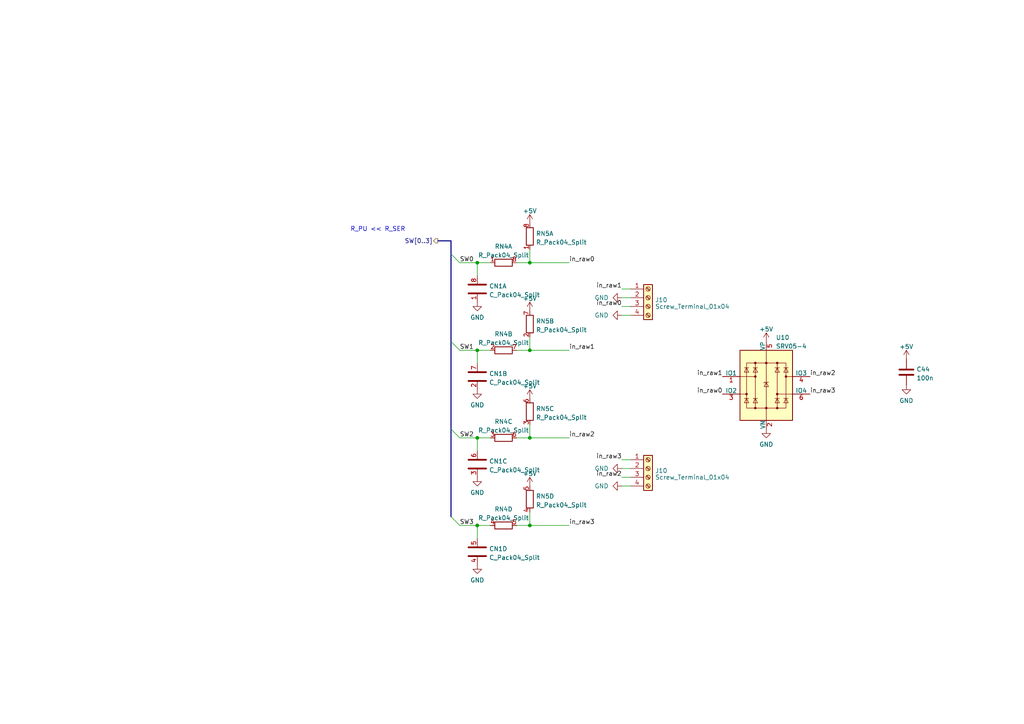
<source format=kicad_sch>
(kicad_sch (version 20230121) (generator eeschema)
  (paper "A4")
  (lib_symbols
    (symbol "Connector:Screw_Terminal_01x04" (pin_names (offset 1.016) hide)
      (property "Reference" "J" (at 0 5.08 0))
      (property "Value" "Screw_Terminal_01x04" (at 0 -7.62 0))
      (symbol "Screw_Terminal_01x04_1_1"
        (rectangle (start -1.27 3.81) (end 1.27 -6.35) (stroke (width 0.254)) (fill (type background)))
        (circle (center 0 -5.08) (radius 0.635) (stroke (width 0.1524)))
        (circle (center 0 -2.54) (radius 0.635) (stroke (width 0.1524)))
        (polyline (pts (xy -0.5334 -4.7498) (xy 0.3302 -5.588)) (stroke (width 0.1524)))
        (polyline (pts (xy -0.5334 -2.2098) (xy 0.3302 -3.048)) (stroke (width 0.1524)))
        (polyline (pts (xy -0.5334 0.3302) (xy 0.3302 -0.508)) (stroke (width 0.1524)))
        (polyline (pts (xy -0.5334 2.8702) (xy 0.3302 2.032)) (stroke (width 0.1524)))
        (polyline (pts (xy -0.3556 -4.572) (xy 0.508 -5.4102)) (stroke (width 0.1524)))
        (polyline (pts (xy -0.3556 -2.032) (xy 0.508 -2.8702)) (stroke (width 0.1524)))
        (polyline (pts (xy -0.3556 0.508) (xy 0.508 -0.3302)) (stroke (width 0.1524)))
        (polyline (pts (xy -0.3556 3.048) (xy 0.508 2.2098)) (stroke (width 0.1524)))
        (circle (center 0 0) (radius 0.635) (stroke (width 0.1524)))
        (circle (center 0 2.54) (radius 0.635) (stroke (width 0.1524)))
        (pin passive line (at -5.08 2.54 0) (length 3.81) (name "Pin_1") (number "1"))
        (pin passive line (at -5.08 0 0) (length 3.81) (name "Pin_2") (number "2"))
        (pin passive line (at -5.08 -2.54 0) (length 3.81) (name "Pin_3") (number "3"))
        (pin passive line (at -5.08 -5.08 0) (length 3.81) (name "Pin_4") (number "4"))
      )
    )
    (symbol "Device:C" (pin_numbers hide) (pin_names (offset 0.254))
      (property "Reference" "C" (at 0.635 2.54 0))
      (property "Value" "C" (at 0.635 -2.54 0))
      (symbol "C_0_1"
        (polyline (pts (xy -2.032 -0.762) (xy 2.032 -0.762)) (stroke (width 0.508)))
        (polyline (pts (xy -2.032 0.762) (xy 2.032 0.762)) (stroke (width 0.508)))
      )
      (symbol "C_1_1"
        (pin passive line (at 0 3.81 270) (length 2.794) (name "~") (number "1"))
        (pin passive line (at 0 -3.81 90) (length 2.794) (name "~") (number "2"))
      )
    )
    (symbol "Device:R_Pack04_Split" (pin_names (offset 0) hide)
      (property "Reference" "RN" (at 2.032 0 90))
      (property "Value" "R_Pack04_Split" (at 0 0 90))
      (symbol "R_Pack04_Split_0_1"
        (rectangle (start 1.016 2.54) (end -1.016 -2.54) (stroke (width 0.254)))
      )
      (symbol "R_Pack04_Split_1_1"
        (pin passive line (at 0 -3.81 90) (length 1.27) (name "R1.1") (number "1"))
        (pin passive line (at 0 3.81 270) (length 1.27) (name "R1.2") (number "8"))
      )
      (symbol "R_Pack04_Split_2_1"
        (pin passive line (at 0 -3.81 90) (length 1.27) (name "R2.1") (number "2"))
        (pin passive line (at 0 3.81 270) (length 1.27) (name "R2.2") (number "7"))
      )
      (symbol "R_Pack04_Split_3_1"
        (pin passive line (at 0 -3.81 90) (length 1.27) (name "R3.1") (number "3"))
        (pin passive line (at 0 3.81 270) (length 1.27) (name "R3.2") (number "6"))
      )
      (symbol "R_Pack04_Split_4_1"
        (pin passive line (at 0 -3.81 90) (length 1.27) (name "R4.1") (number "4"))
        (pin passive line (at 0 3.81 270) (length 1.27) (name "R4.2") (number "5"))
      )
    )
    (symbol "Power_Protection:SRV05-4" (pin_names (offset 0))
      (property "Reference" "U" (at -5.08 11.43 0))
      (property "Value" "SRV05-4" (at 2.54 11.43 0))
      (symbol "SRV05-4_0_0"
        (rectangle (start -5.715 6.477) (end 5.715 -6.604))
        (polyline (pts (xy -3.175 -6.604) (xy -3.175 6.477)))
        (polyline (pts (xy 3.175 6.477) (xy 3.175 -6.604)))
      )
      (symbol "SRV05-4_0_1"
        (rectangle (start -7.62 10.16) (end 7.62 -10.16) (stroke (width 0.254)) (fill (type background)))
        (circle (center -5.715 -2.54) (radius 0.2794) (fill (type outline)))
        (circle (center -3.175 -6.604) (radius 0.2794) (fill (type outline)))
        (circle (center -3.175 2.54) (radius 0.2794) (fill (type outline)))
        (circle (center -3.175 6.477) (radius 0.2794) (fill (type outline)))
        (circle (center 0 -6.604) (radius 0.2794) (fill (type outline)))
        (polyline (pts (xy -7.747 2.54) (xy -3.175 2.54)))
        (polyline (pts (xy -7.62 -2.54) (xy -5.715 -2.54)))
        (polyline (pts (xy -5.08 -3.81) (xy -6.35 -3.81)))
        (polyline (pts (xy -5.08 5.08) (xy -6.35 5.08)))
        (polyline (pts (xy -2.54 -3.81) (xy -3.81 -3.81)))
        (polyline (pts (xy -2.54 5.08) (xy -3.81 5.08)))
        (polyline (pts (xy 0 10.16) (xy 0 -10.16)))
        (polyline (pts (xy 3.81 -3.81) (xy 2.54 -3.81)))
        (polyline (pts (xy 3.81 5.08) (xy 2.54 5.08)))
        (polyline (pts (xy 6.35 -3.81) (xy 5.08 -3.81)))
        (polyline (pts (xy 6.35 5.08) (xy 5.08 5.08)))
        (polyline (pts (xy 7.62 -2.54) (xy 3.175 -2.54)))
        (polyline (pts (xy 7.62 2.54) (xy 5.715 2.54)))
        (polyline (pts (xy 0.635 0.889) (xy -0.635 0.889) (xy -0.635 0.635)))
        (polyline (pts (xy -5.08 -5.08) (xy -6.35 -5.08) (xy -5.715 -3.81) (xy -5.08 -5.08)))
        (polyline (pts (xy -5.08 3.81) (xy -6.35 3.81) (xy -5.715 5.08) (xy -5.08 3.81)))
        (polyline (pts (xy -2.54 -5.08) (xy -3.81 -5.08) (xy -3.175 -3.81) (xy -2.54 -5.08)))
        (polyline (pts (xy -2.54 3.81) (xy -3.81 3.81) (xy -3.175 5.08) (xy -2.54 3.81)))
        (polyline (pts (xy 0.635 -0.381) (xy -0.635 -0.381) (xy 0 0.889) (xy 0.635 -0.381)))
        (polyline (pts (xy 3.81 -5.08) (xy 2.54 -5.08) (xy 3.175 -3.81) (xy 3.81 -5.08)))
        (polyline (pts (xy 3.81 3.81) (xy 2.54 3.81) (xy 3.175 5.08) (xy 3.81 3.81)))
        (polyline (pts (xy 6.35 -5.08) (xy 5.08 -5.08) (xy 5.715 -3.81) (xy 6.35 -5.08)))
        (polyline (pts (xy 6.35 3.81) (xy 5.08 3.81) (xy 5.715 5.08) (xy 6.35 3.81)))
        (circle (center 0 6.477) (radius 0.2794) (fill (type outline)))
        (circle (center 3.175 -6.604) (radius 0.2794) (fill (type outline)))
        (circle (center 3.175 -2.54) (radius 0.2794) (fill (type outline)))
        (circle (center 3.175 6.477) (radius 0.2794) (fill (type outline)))
        (circle (center 5.715 2.54) (radius 0.2794) (fill (type outline)))
      )
      (symbol "SRV05-4_1_1"
        (pin passive line (at -12.7 2.54 0) (length 5.08) (name "IO1") (number "1"))
        (pin passive line (at 0 -12.7 90) (length 2.54) (name "VN") (number "2"))
        (pin passive line (at -12.7 -2.54 0) (length 5.08) (name "IO2") (number "3"))
        (pin passive line (at 12.7 2.54 180) (length 5.08) (name "IO3") (number "4"))
        (pin passive line (at 0 12.7 270) (length 2.54) (name "VP") (number "5"))
        (pin passive line (at 12.7 -2.54 180) (length 5.08) (name "IO4") (number "6"))
      )
    )
    (symbol "power:+5V" (power) (pin_names (offset 0))
      (property "Value" "+5V" (at 0 3.556 0))
      (symbol "+5V_0_1"
        (polyline (pts (xy -0.762 1.27) (xy 0 2.54)))
        (polyline (pts (xy 0 0) (xy 0 2.54)))
        (polyline (pts (xy 0 2.54) (xy 0.762 1.27)))
      )
      (symbol "+5V_1_1"
        (pin power_in line (at 0 0 90) (length 0) hide (name "+5V") (number "1"))
      )
    )
    (symbol "power:GND" (power) (pin_names (offset 0))
      (property "Value" "GND" (at 0 -3.81 0))
      (symbol "GND_0_1"
        (polyline (pts (xy 0 0) (xy 0 -1.27) (xy 1.27 -1.27) (xy 0 -2.54) (xy -1.27 -1.27) (xy 0 -1.27)))
      )
      (symbol "GND_1_1"
        (pin power_in line (at 0 0 270) (length 0) hide (name "GND") (number "1"))
      )
    )
    (symbol "prj_lib:C_Pack04_Split" (pin_names (offset 0) hide)
      (property "Reference" "RN?" (at 1.778 0.8347 0))
      (property "Value" "C_Pack04_Split" (at 1.778 -1.7022 0))
      (symbol "C_Pack04_Split_0_1"
        (polyline (pts (xy -2.54 -1.27) (xy 2.54 -1.27)) (stroke (width 0.508)))
        (polyline (pts (xy -2.54 1.27) (xy 2.54 1.27)) (stroke (width 0.508)))
      )
      (symbol "C_Pack04_Split_1_1"
        (pin passive line (at 0 -3.81 90) (length 2.54) (name "R1.1") (number "1"))
        (pin passive line (at 0 3.81 270) (length 2.54) (name "R1.2") (number "8"))
      )
      (symbol "C_Pack04_Split_2_1"
        (pin passive line (at 0 -3.81 90) (length 2.54) (name "R2.1") (number "2"))
        (pin passive line (at 0 3.81 270) (length 2.54) (name "R2.2") (number "7"))
      )
      (symbol "C_Pack04_Split_3_1"
        (pin passive line (at 0 -3.81 90) (length 2.54) (name "R3.1") (number "3"))
        (pin passive line (at 0 3.81 270) (length 2.54) (name "R3.2") (number "6"))
      )
      (symbol "C_Pack04_Split_4_1"
        (pin passive line (at 0 -3.81 90) (length 2.54) (name "R4.1") (number "4"))
        (pin passive line (at 0 3.81 270) (length 2.54) (name "R4.2") (number "5"))
      )
    )
  )
  (junction (at 153.67 127))
  (junction (at 138.43 152.4))
  (junction (at 153.67 76.2))
  (junction (at 153.67 101.6))
  (junction (at 153.67 152.4))
  (junction (at 138.43 101.6))
  (junction (at 138.43 76.2))
  (junction (at 138.43 127))
  (bus_entry (at 130.81 149.86) (size 2.54 2.54))
  (bus_entry (at 130.81 73.66) (size 2.54 2.54))
  (bus_entry (at 130.81 124.46) (size 2.54 2.54))
  (bus_entry (at 130.81 99.06) (size 2.54 2.54))
  (wire (pts (xy 180.34 91.44) (xy 182.88 91.44)))
  (wire (pts (xy 153.67 101.6) (xy 165.1 101.6)))
  (wire (pts (xy 153.67 76.2) (xy 165.1 76.2)))
  (bus (pts (xy 130.81 99.06) (xy 130.81 124.46)))
  (wire (pts (xy 133.35 76.2) (xy 138.43 76.2)))
  (bus (pts (xy 130.81 69.85) (xy 130.81 73.66)))
  (wire (pts (xy 142.24 127) (xy 138.43 127)))
  (bus (pts (xy 130.81 124.46) (xy 130.81 149.86)))
  (wire (pts (xy 180.34 135.89) (xy 182.88 135.89)))
  (wire (pts (xy 133.35 152.4) (xy 138.43 152.4)))
  (wire (pts (xy 153.67 123.19) (xy 153.67 127)))
  (wire (pts (xy 180.34 86.36) (xy 182.88 86.36)))
  (wire (pts (xy 149.86 152.4) (xy 153.67 152.4)))
  (wire (pts (xy 133.35 127) (xy 138.43 127)))
  (wire (pts (xy 180.34 133.35) (xy 182.88 133.35)))
  (wire (pts (xy 138.43 152.4) (xy 138.43 156.21)))
  (wire (pts (xy 153.67 127) (xy 165.1 127)))
  (wire (pts (xy 153.67 97.79) (xy 153.67 101.6)))
  (bus (pts (xy 130.81 73.66) (xy 130.81 99.06)))
  (wire (pts (xy 142.24 101.6) (xy 138.43 101.6)))
  (bus (pts (xy 127 69.85) (xy 130.81 69.85)))
  (wire (pts (xy 153.67 72.39) (xy 153.67 76.2)))
  (wire (pts (xy 149.86 127) (xy 153.67 127)))
  (wire (pts (xy 153.67 148.59) (xy 153.67 152.4)))
  (wire (pts (xy 180.34 138.43) (xy 182.88 138.43)))
  (wire (pts (xy 133.35 101.6) (xy 138.43 101.6)))
  (wire (pts (xy 180.34 140.97) (xy 182.88 140.97)))
  (wire (pts (xy 142.24 76.2) (xy 138.43 76.2)))
  (wire (pts (xy 138.43 76.2) (xy 138.43 80.01)))
  (wire (pts (xy 138.43 101.6) (xy 138.43 105.41)))
  (wire (pts (xy 149.86 76.2) (xy 153.67 76.2)))
  (wire (pts (xy 180.34 88.9) (xy 182.88 88.9)))
  (wire (pts (xy 142.24 152.4) (xy 138.43 152.4)))
  (wire (pts (xy 180.34 83.82) (xy 182.88 83.82)))
  (wire (pts (xy 138.43 127) (xy 138.43 130.81)))
  (wire (pts (xy 149.86 101.6) (xy 153.67 101.6)))
  (wire (pts (xy 153.67 152.4) (xy 165.1 152.4)))
  (text "R_PU << R_SER" (at 101.6 67.31 0) (effects (font (size 1.27 1.27)) (justify left bottom)))
  (label "in_raw2" (at 165.1 127 0))
  (label "in_raw3" (at 234.95 114.3 0))
  (label "in_raw2" (at 234.95 109.22 0))
  (label "in_raw1" (at 209.55 109.22 180))
  (label "in_raw3" (at 165.1 152.4 0))
  (label "SW1" (at 133.35 101.6 0))
  (label "in_raw0" (at 165.1 76.2 0))
  (label "in_raw1" (at 180.34 83.82 180))
  (label "in_raw0" (at 180.34 88.9 180))
  (label "in_raw3" (at 180.34 133.35 180))
  (label "in_raw1" (at 165.1 101.6 0))
  (label "in_raw2" (at 180.34 138.43 180))
  (label "SW2" (at 133.35 127 0))
  (label "SW0" (at 133.35 76.2 0))
  (label "in_raw0" (at 209.55 114.3 180))
  (label "SW3" (at 133.35 152.4 0))
  (hierarchical_label "SW[0..3]" (shape output) (at 127 69.85 180))
  (symbol (lib_id "power:GND") (at 180.34 86.36 270) (unit 1)
    (property "Reference" "#PWR0100" (effects hide))
    (property "Value" "GND" (at 176.53 86.36 90) (effects (justify right)))
  )
  (symbol (lib_id "power:GND") (at 138.43 163.83 0) (unit 1)
    (property "Reference" "#PWR095" (effects hide))
    (property "Value" "GND" (at 138.43 168.2734 0))
  )
  (symbol (lib_id "prj_lib:C_Pack04_Split") (at 138.43 109.22 0) (unit 2)
    (property "Reference" "CN1" (at 141.859 108.3853 0) (effects (justify left)))
    (property "Value" "C_Pack04_Split" (at 141.859 110.9222 0) (effects (justify left)))
    (property "Footprint" "Resistor_SMD:R_Array_Convex_4x0603" (effects hide))
  )
  (symbol (lib_id "power:GND") (at 138.43 138.43 0) (unit 1)
    (property "Reference" "#PWR094" (effects hide))
    (property "Value" "GND" (at 138.43 142.8734 0))
  )
  (symbol (lib_id "power:GND") (at 180.34 140.97 270) (unit 1)
    (property "Reference" "#PWR0121" (effects hide))
    (property "Value" "GND" (at 176.53 140.97 90) (effects (justify right)))
  )
  (symbol (lib_id "power:+5V") (at 153.67 115.57 0) (unit 1)
    (property "Reference" "#PWR098" (effects hide))
    (property "Value" "+5V" (at 153.67 111.9942 0))
  )
  (symbol (lib_id "power:GND") (at 180.34 91.44 270) (unit 1)
    (property "Reference" "#PWR0101" (effects hide))
    (property "Value" "GND" (at 176.53 91.44 90) (effects (justify right)))
  )
  (symbol (lib_id "prj_lib:C_Pack04_Split") (at 138.43 160.02 0) (unit 4)
    (property "Reference" "CN1" (at 141.859 159.1853 0) (effects (justify left)))
    (property "Value" "C_Pack04_Split" (at 141.859 161.7222 0) (effects (justify left)))
    (property "Footprint" "Resistor_SMD:R_Array_Convex_4x0603" (effects hide))
  )
  (symbol (lib_id "power:GND") (at 262.89 111.76 0) (unit 1)
    (property "Reference" "#PWR0107" (effects hide))
    (property "Value" "GND" (at 262.89 116.2034 0))
  )
  (symbol (lib_id "prj_lib:C_Pack04_Split") (at 138.43 134.62 0) (unit 3)
    (property "Reference" "CN1" (at 141.859 133.7853 0) (effects (justify left)))
    (property "Value" "C_Pack04_Split" (at 141.859 136.3222 0) (effects (justify left)))
    (property "Footprint" "Resistor_SMD:R_Array_Convex_4x0603" (effects hide))
  )
  (symbol (lib_id "power:GND") (at 180.34 135.89 270) (unit 1)
    (property "Reference" "#PWR0120" (effects hide))
    (property "Value" "GND" (at 176.53 135.89 90) (effects (justify right)))
  )
  (symbol (lib_id "Device:R_Pack04_Split") (at 153.67 119.38 0) (unit 3)
    (property "Reference" "RN5" (at 155.448 118.5453 0) (effects (justify left)))
    (property "Value" "R_Pack04_Split" (at 155.448 121.0822 0) (effects (justify left)))
    (property "Footprint" "Resistor_SMD:R_Array_Convex_4x0603" (effects hide))
  )
  (symbol (lib_id "Device:R_Pack04_Split") (at 153.67 93.98 0) (unit 2)
    (property "Reference" "RN5" (at 155.448 93.1453 0) (effects (justify left)))
    (property "Value" "R_Pack04_Split" (at 155.448 95.6822 0) (effects (justify left)))
    (property "Footprint" "Resistor_SMD:R_Array_Convex_4x0603" (effects hide))
  )
  (symbol (lib_id "power:+5V") (at 153.67 90.17 0) (unit 1)
    (property "Reference" "#PWR097" (effects hide))
    (property "Value" "+5V" (at 153.67 86.5942 0))
  )
  (symbol (lib_id "Device:R_Pack04_Split") (at 153.67 144.78 0) (unit 4)
    (property "Reference" "RN5" (at 155.448 143.9453 0) (effects (justify left)))
    (property "Value" "R_Pack04_Split" (at 155.448 146.4822 0) (effects (justify left)))
    (property "Footprint" "Resistor_SMD:R_Array_Convex_4x0603" (effects hide))
  )
  (symbol (lib_id "power:+5V") (at 153.67 64.77 0) (unit 1)
    (property "Reference" "#PWR096" (effects hide))
    (property "Value" "+5V" (at 153.67 61.1942 0))
  )
  (symbol (lib_id "Device:R_Pack04_Split") (at 146.05 101.6 270) (mirror x) (unit 2)
    (property "Reference" "RN4" (at 146.05 96.8842 90))
    (property "Value" "R_Pack04_Split" (at 146.05 99.4211 90))
    (property "Footprint" "Resistor_SMD:R_Array_Convex_4x0603" (effects hide))
  )
  (symbol (lib_id "Device:R_Pack04_Split") (at 146.05 152.4 270) (mirror x) (unit 4)
    (property "Reference" "RN4" (at 146.05 147.6842 90))
    (property "Value" "R_Pack04_Split" (at 146.05 150.2211 90))
    (property "Footprint" "Resistor_SMD:R_Array_Convex_4x0603" (effects hide))
  )
  (symbol (lib_id "power:GND") (at 138.43 87.63 0) (unit 1)
    (property "Reference" "#PWR092" (effects hide))
    (property "Value" "GND" (at 138.43 92.0734 0))
  )
  (symbol (lib_id "power:+5V") (at 153.67 140.97 0) (unit 1)
    (property "Reference" "#PWR099" (effects hide))
    (property "Value" "+5V" (at 153.67 137.3942 0))
  )
  (symbol (lib_id "Connector:Screw_Terminal_01x04") (at 187.96 86.36 0) (unit 1)
    (property "Reference" "J10" (at 189.992 86.9863 0) (effects (justify left)))
    (property "Value" "Screw_Terminal_01x04" (at 189.992 88.9073 0) (effects (justify left)))
    (property "Footprint" "TerminalBlock_TE-Connectivity:TerminalBlock_TE_282834-4_1x04_P2.54mm_Horizontal" (effects hide))
    (instances (project "swing" (path "" (reference "J10") (unit 1)) (path "" (reference "J9") (unit 1))))
  )
  (symbol (lib_id "Connector:Screw_Terminal_01x04") (at 187.96 135.89 0) (unit 1)
    (property "Reference" "J10" (at 189.992 136.5163 0) (effects (justify left)))
    (property "Value" "Screw_Terminal_01x04" (at 189.992 138.4373 0) (effects (justify left)))
    (property "Footprint" "TerminalBlock_TE-Connectivity:TerminalBlock_TE_282834-4_1x04_P2.54mm_Horizontal" (effects hide))
    (instances (project "swing" (path "" (reference "J10") (unit 1)) (path "" (reference "J11") (unit 1))))
  )
  (symbol (lib_id "Power_Protection:SRV05-4") (at 222.25 111.76 0) (unit 1)
    (property "Reference" "U10" (at 225.0187 97.9002 0) (effects (justify left)))
    (property "Value" "SRV05-4" (at 225.0187 100.4371 0) (effects (justify left)))
    (property "Footprint" "Package_TO_SOT_SMD:SOT-23-6" (effects hide))
    (property "Datasheet" "http://www.onsemi.com/pub/Collateral/SRV05-4-D.PDF" (effects hide))
  )
  (symbol (lib_id "power:+5V") (at 222.25 99.06 0) (unit 1)
    (property "Reference" "#PWR0104" (effects hide))
    (property "Value" "+5V" (at 222.25 95.4842 0))
  )
  (symbol (lib_id "Device:R_Pack04_Split") (at 153.67 68.58 0) (unit 1)
    (property "Reference" "RN5" (at 155.448 67.7453 0) (effects (justify left)))
    (property "Value" "R_Pack04_Split" (at 155.448 70.2822 0) (effects (justify left)))
    (property "Footprint" "Resistor_SMD:R_Array_Convex_4x0603" (effects hide))
  )
  (symbol (lib_id "prj_lib:C_Pack04_Split") (at 138.43 83.82 0) (unit 1)
    (property "Reference" "CN1" (at 141.859 82.9853 0) (effects (justify left)))
    (property "Value" "C_Pack04_Split" (at 141.859 85.5222 0) (effects (justify left)))
    (property "Footprint" "Resistor_SMD:R_Array_Convex_4x0603" (effects hide))
  )
  (symbol (lib_id "power:GND") (at 138.43 113.03 0) (unit 1)
    (property "Reference" "#PWR093" (effects hide))
    (property "Value" "GND" (at 138.43 117.4734 0))
  )
  (symbol (lib_id "power:+5V") (at 262.89 104.14 0) (unit 1)
    (property "Reference" "#PWR0106" (effects hide))
    (property "Value" "+5V" (at 262.89 100.5642 0))
  )
  (symbol (lib_id "Device:C") (at 262.89 107.95 0) (unit 1)
    (property "Reference" "C44" (at 265.811 107.1153 0) (effects (justify left)))
    (property "Value" "100n" (at 265.811 109.6522 0) (effects (justify left)))
    (property "Footprint" "Capacitor_SMD:C_0603_1608Metric" (effects hide))
  )
  (symbol (lib_id "Device:R_Pack04_Split") (at 146.05 76.2 270) (mirror x) (unit 1)
    (property "Reference" "RN4" (at 146.05 71.4842 90))
    (property "Value" "R_Pack04_Split" (at 146.05 74.0211 90))
    (property "Footprint" "Resistor_SMD:R_Array_Convex_4x0603" (effects hide))
  )
  (symbol (lib_id "power:GND") (at 222.25 124.46 0) (unit 1)
    (property "Reference" "#PWR0105" (effects hide))
    (property "Value" "GND" (at 222.25 128.9034 0))
  )
  (symbol (lib_id "Device:R_Pack04_Split") (at 146.05 127 270) (mirror x) (unit 3)
    (property "Reference" "RN4" (at 146.05 122.2842 90))
    (property "Value" "R_Pack04_Split" (at 146.05 124.8211 90))
    (property "Footprint" "Resistor_SMD:R_Array_Convex_4x0603" (effects hide))
  )
)
</source>
